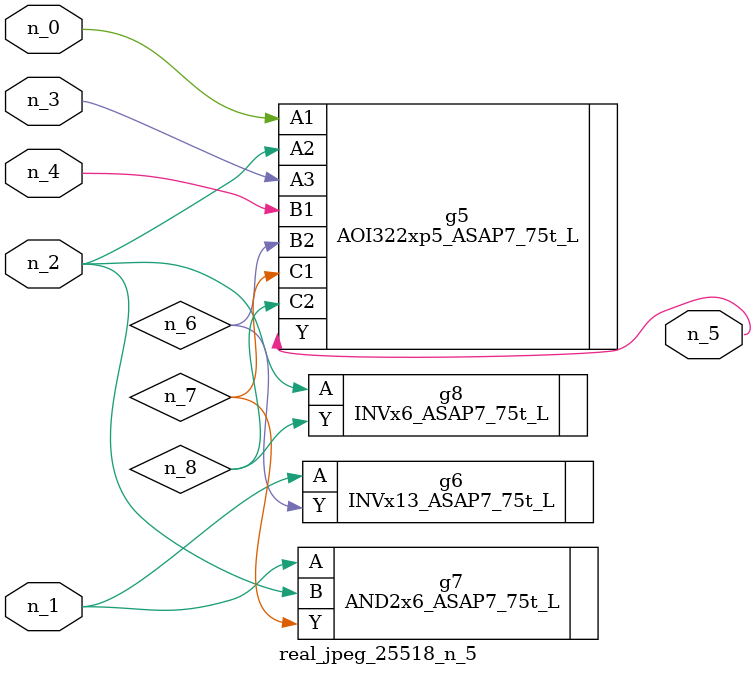
<source format=v>
module real_jpeg_25518_n_5 (n_4, n_0, n_1, n_2, n_3, n_5);

input n_4;
input n_0;
input n_1;
input n_2;
input n_3;

output n_5;

wire n_8;
wire n_6;
wire n_7;

AOI322xp5_ASAP7_75t_L g5 ( 
.A1(n_0),
.A2(n_2),
.A3(n_3),
.B1(n_4),
.B2(n_6),
.C1(n_7),
.C2(n_8),
.Y(n_5)
);

INVx13_ASAP7_75t_L g6 ( 
.A(n_1),
.Y(n_6)
);

AND2x6_ASAP7_75t_L g7 ( 
.A(n_1),
.B(n_2),
.Y(n_7)
);

INVx6_ASAP7_75t_L g8 ( 
.A(n_2),
.Y(n_8)
);


endmodule
</source>
